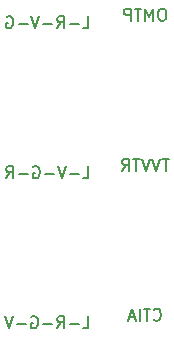
<source format=gbo>
G04 #@! TF.GenerationSoftware,KiCad,Pcbnew,(5.1.8)-1*
G04 #@! TF.CreationDate,2023-07-01T22:25:39+09:00*
G04 #@! TF.ProjectId,TRRS,54525253-2e6b-4696-9361-645f70636258,rev?*
G04 #@! TF.SameCoordinates,PX9157080PY791ddc0*
G04 #@! TF.FileFunction,Legend,Bot*
G04 #@! TF.FilePolarity,Positive*
%FSLAX46Y46*%
G04 Gerber Fmt 4.6, Leading zero omitted, Abs format (unit mm)*
G04 Created by KiCad (PCBNEW (5.1.8)-1) date 2023-07-01 22:25:39*
%MOMM*%
%LPD*%
G01*
G04 APERTURE LIST*
%ADD10C,0.150000*%
G04 APERTURE END LIST*
D10*
X7421190Y14152620D02*
X7897380Y14152620D01*
X7897380Y15152620D01*
X7087857Y14533572D02*
X6325952Y14533572D01*
X5278333Y14152620D02*
X5611666Y14628810D01*
X5849761Y14152620D02*
X5849761Y15152620D01*
X5468809Y15152620D01*
X5373571Y15105000D01*
X5325952Y15057381D01*
X5278333Y14962143D01*
X5278333Y14819286D01*
X5325952Y14724048D01*
X5373571Y14676429D01*
X5468809Y14628810D01*
X5849761Y14628810D01*
X4849761Y14533572D02*
X4087857Y14533572D01*
X3087857Y15105000D02*
X3183095Y15152620D01*
X3325952Y15152620D01*
X3468809Y15105000D01*
X3564047Y15009762D01*
X3611666Y14914524D01*
X3659285Y14724048D01*
X3659285Y14581191D01*
X3611666Y14390715D01*
X3564047Y14295477D01*
X3468809Y14200239D01*
X3325952Y14152620D01*
X3230714Y14152620D01*
X3087857Y14200239D01*
X3040238Y14247858D01*
X3040238Y14581191D01*
X3230714Y14581191D01*
X2611666Y14533572D02*
X1849761Y14533572D01*
X1516428Y15152620D02*
X1183095Y14152620D01*
X849761Y15152620D01*
X7421190Y26852620D02*
X7897380Y26852620D01*
X7897380Y27852620D01*
X7087857Y27233572D02*
X6325952Y27233572D01*
X5992619Y27852620D02*
X5659285Y26852620D01*
X5325952Y27852620D01*
X4992619Y27233572D02*
X4230714Y27233572D01*
X3230714Y27805000D02*
X3325952Y27852620D01*
X3468809Y27852620D01*
X3611666Y27805000D01*
X3706904Y27709762D01*
X3754523Y27614524D01*
X3802142Y27424048D01*
X3802142Y27281191D01*
X3754523Y27090715D01*
X3706904Y26995477D01*
X3611666Y26900239D01*
X3468809Y26852620D01*
X3373571Y26852620D01*
X3230714Y26900239D01*
X3183095Y26947858D01*
X3183095Y27281191D01*
X3373571Y27281191D01*
X2754523Y27233572D02*
X1992619Y27233572D01*
X945000Y26852620D02*
X1278333Y27328810D01*
X1516428Y26852620D02*
X1516428Y27852620D01*
X1135476Y27852620D01*
X1040238Y27805000D01*
X992619Y27757381D01*
X945000Y27662143D01*
X945000Y27519286D01*
X992619Y27424048D01*
X1040238Y27376429D01*
X1135476Y27328810D01*
X1516428Y27328810D01*
X7421190Y39552620D02*
X7897380Y39552620D01*
X7897380Y40552620D01*
X7087857Y39933572D02*
X6325952Y39933572D01*
X5278333Y39552620D02*
X5611666Y40028810D01*
X5849761Y39552620D02*
X5849761Y40552620D01*
X5468809Y40552620D01*
X5373571Y40505000D01*
X5325952Y40457381D01*
X5278333Y40362143D01*
X5278333Y40219286D01*
X5325952Y40124048D01*
X5373571Y40076429D01*
X5468809Y40028810D01*
X5849761Y40028810D01*
X4849761Y39933572D02*
X4087857Y39933572D01*
X3754523Y40552620D02*
X3421190Y39552620D01*
X3087857Y40552620D01*
X2754523Y39933572D02*
X1992619Y39933572D01*
X992619Y40505000D02*
X1087857Y40552620D01*
X1230714Y40552620D01*
X1373571Y40505000D01*
X1468809Y40409762D01*
X1516428Y40314524D01*
X1564047Y40124048D01*
X1564047Y39981191D01*
X1516428Y39790715D01*
X1468809Y39695477D01*
X1373571Y39600239D01*
X1230714Y39552620D01*
X1135476Y39552620D01*
X992619Y39600239D01*
X945000Y39647858D01*
X945000Y39981191D01*
X1135476Y39981191D01*
X13438095Y14882858D02*
X13485714Y14835239D01*
X13628571Y14787620D01*
X13723809Y14787620D01*
X13866666Y14835239D01*
X13961904Y14930477D01*
X14009523Y15025715D01*
X14057142Y15216191D01*
X14057142Y15359048D01*
X14009523Y15549524D01*
X13961904Y15644762D01*
X13866666Y15740000D01*
X13723809Y15787620D01*
X13628571Y15787620D01*
X13485714Y15740000D01*
X13438095Y15692381D01*
X13152380Y15787620D02*
X12580952Y15787620D01*
X12866666Y14787620D02*
X12866666Y15787620D01*
X12247619Y14787620D02*
X12247619Y15787620D01*
X11819047Y15073334D02*
X11342857Y15073334D01*
X11914285Y14787620D02*
X11580952Y15787620D01*
X11247619Y14787620D01*
X14723809Y28487620D02*
X14152380Y28487620D01*
X14438095Y27487620D02*
X14438095Y28487620D01*
X13961904Y28487620D02*
X13628571Y27487620D01*
X13295238Y28487620D01*
X13104761Y28487620D02*
X12771428Y27487620D01*
X12438095Y28487620D01*
X12247619Y28487620D02*
X11676190Y28487620D01*
X11961904Y27487620D02*
X11961904Y28487620D01*
X10771428Y27487620D02*
X11104761Y27963810D01*
X11342857Y27487620D02*
X11342857Y28487620D01*
X10961904Y28487620D01*
X10866666Y28440000D01*
X10819047Y28392381D01*
X10771428Y28297143D01*
X10771428Y28154286D01*
X10819047Y28059048D01*
X10866666Y28011429D01*
X10961904Y27963810D01*
X11342857Y27963810D01*
X14247619Y41187620D02*
X14057142Y41187620D01*
X13961904Y41140000D01*
X13866666Y41044762D01*
X13819047Y40854286D01*
X13819047Y40520953D01*
X13866666Y40330477D01*
X13961904Y40235239D01*
X14057142Y40187620D01*
X14247619Y40187620D01*
X14342857Y40235239D01*
X14438095Y40330477D01*
X14485714Y40520953D01*
X14485714Y40854286D01*
X14438095Y41044762D01*
X14342857Y41140000D01*
X14247619Y41187620D01*
X13390476Y40187620D02*
X13390476Y41187620D01*
X13057142Y40473334D01*
X12723809Y41187620D01*
X12723809Y40187620D01*
X12390476Y41187620D02*
X11819047Y41187620D01*
X12104761Y40187620D02*
X12104761Y41187620D01*
X11485714Y40187620D02*
X11485714Y41187620D01*
X11104761Y41187620D01*
X11009523Y41140000D01*
X10961904Y41092381D01*
X10914285Y40997143D01*
X10914285Y40854286D01*
X10961904Y40759048D01*
X11009523Y40711429D01*
X11104761Y40663810D01*
X11485714Y40663810D01*
M02*

</source>
